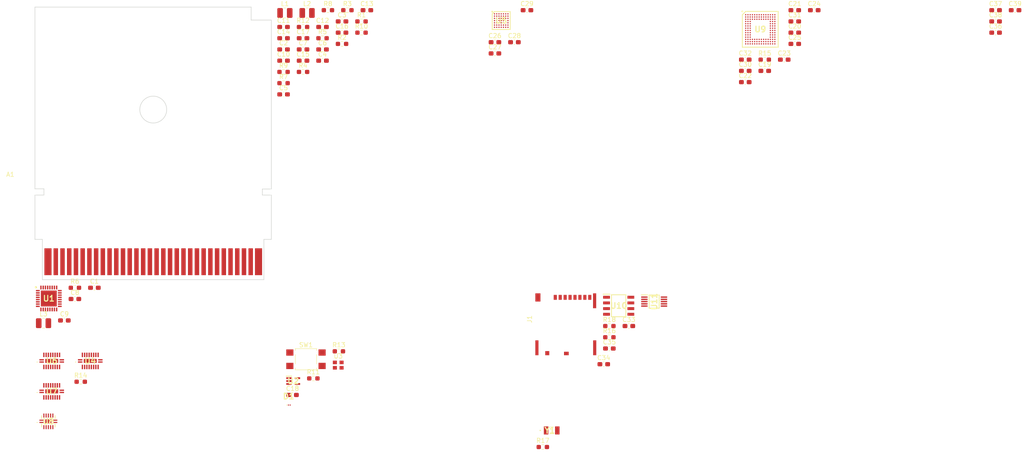
<source format=kicad_pcb>
(kicad_pcb (version 20211014) (generator pcbnew)
  (layers (0 "F.Cu" signal) (31 "B.Cu" signal) (34 "B.Paste" user) (35 "F.Paste" user) (36 "B.SilkS" user "B.Silkscreen") (37 "F.SilkS" user "F.Silkscreen") (38 "B.Mask" user) (39 "F.Mask" user) (44 "Edge.Cuts" user))
  (net 0 "")
  (net 1 "+5V")
  (net 2 "GB_CLK_5V")
  (net 3 "GB_WR#_5V")
  (net 4 "GB_RD#_5V")
  (net 5 "GB_CS#_5V")
  (net 6 "GB_ADDR_5V0")
  (net 7 "GB_ADDR_5V1")
  (net 8 "GB_ADDR_5V2")
  (net 9 "GB_ADDR_5V3")
  (net 10 "GB_ADDR_5V4")
  (net 11 "GB_ADDR_5V5")
  (net 12 "GB_ADDR_5V6")
  (net 13 "GB_ADDR_5V7")
  (net 14 "GB_ADDR_5V8")
  (net 15 "GB_ADDR_5V9")
  (net 16 "GB_ADDR_5V10")
  (net 17 "GB_ADDR_5V11")
  (net 18 "GB_ADDR_5V12")
  (net 19 "GB_ADDR_5V13")
  (net 20 "GB_ADDR_5V14")
  (net 21 "GB_ADDR_5V15")
  (net 22 "GB_RST#_5V")
  (net 24 "GND")
  (net 25 "PS_SS")
  (net 26 "Net-(C3-Pad1)")
  (net 27 "Net-(C4-Pad1)")
  (net 28 "Net-(C4-Pad2)")
  (net 29 "+1V8")
  (net 30 "Net-(C9-Pad1)")
  (net 31 "Net-(C9-Pad2)")
  (net 32 "Net-(C11-Pad1)")
  (net 33 "Net-(C11-Pad2)")
  (net 34 "+1V2")
  (net 35 "Net-(C14-Pad1)")
  (net 36 "+3V3")
  (net 37 "Net-(C17-Pad1)")
  (net 38 "FPGA_SOFT_RST#")
  (net 40 "FPGA_SPI_SD_CS#")
  (net 41 "FPGA_SPI_MOSI")
  (net 42 "FPGA_SPI_CLK")
  (net 43 "FPGA_SPI_MISO")
  (net 45 "Net-(R1-Pad1)")
  (net 46 "PS_FB2")
  (net 47 "Net-(R4-Pad1)")
  (net 48 "PS_FB1")
  (net 49 "Net-(R7-Pad1)")
  (net 50 "Net-(R8-Pad1)")
  (net 51 "PS_FB3")
  (net 52 "GB_RST#")
  (net 53 "PS_PGOOD")
  (net 54 "Net-(R12-Pad2)")
  (net 55 "Net-(R13-Pad2)")
  (net 56 "GB_BUS_EN")
  (net 57 "Net-(R15-Pad2)")
  (net 58 "FPGA_SPI_FLASH_CS#")
  (net 59 "FPGA_SPI_RTC_CS#")
  (net 65 "FPGA_CLK33M")
  (net 66 "GB_DATA0")
  (net 67 "GB_DATA1")
  (net 68 "GB_DATA2")
  (net 69 "GB_DATA3")
  (net 70 "GB_DATA4")
  (net 71 "GB_DATA5")
  (net 72 "GB_DATA6")
  (net 73 "GB_DATA7")
  (net 74 "GB_DATA_5V7")
  (net 75 "GB_DATA_5V6")
  (net 76 "GB_DATA_5V5")
  (net 77 "GB_DATA_5V4")
  (net 78 "GB_DATA_5V3")
  (net 79 "GB_DATA_5V2")
  (net 80 "GB_DATA_5V1")
  (net 81 "GB_DATA_5V0")
  (net 82 "RAM_WAIT")
  (net 83 "RAM_ADQ14")
  (net 84 "RAM_ADQ5")
  (net 85 "RAM_ADQ10")
  (net 86 "RAM_ADQ9")
  (net 87 "RAM_ADQ0")
  (net 88 "RAM_ADQ15")
  (net 89 "RAM_ADQ6")
  (net 90 "RAM_ADQ13")
  (net 91 "RAM_OE#")
  (net 92 "RAM_ADQ3")
  (net 93 "RAM_ADQ2")
  (net 94 "RAM_ADQ8")
  (net 95 "RAM_ADQ7")
  (net 96 "RAM_ADQ12")
  (net 97 "RAM_ADQ4")
  (net 98 "RAM_ADQ11")
  (net 99 "RAM_ADQ1")
  (net 100 "RAM_A20")
  (net 101 "RAM_ADV#")
  (net 102 "RAM_UB#")
  (net 103 "RAM_A19")
  (net 104 "RAM_A21")
  (net 105 "RAM_WE#")
  (net 107 "RAM_CRE")
  (net 108 "RAM_CE1#")
  (net 109 "RAM_LB#")
  (net 110 "RAM_A18")
  (net 111 "RAM_A16")
  (net 112 "RAM_CLK")
  (net 113 "RAM_CE0#")
  (net 114 "RAM_A17")
  (net 115 "GB_ADDR8")
  (net 116 "GB_ADDR9")
  (net 117 "GB_ADDR10")
  (net 118 "GB_ADDR11")
  (net 119 "GB_ADDR12")
  (net 120 "GB_ADDR13")
  (net 121 "GB_ADDR14")
  (net 122 "GB_ADDR15")
  (net 123 "GB_ADDR0")
  (net 124 "GB_ADDR1")
  (net 125 "GB_ADDR2")
  (net 126 "GB_ADDR3")
  (net 127 "GB_ADDR4")
  (net 128 "GB_ADDR5")
  (net 129 "GB_ADDR6")
  (net 130 "GB_ADDR7")
  (net 131 "GB_CLK")
  (net 132 "GB_WR#")
  (net 133 "GB_CS#")
  (net 134 "GB_RD#")
  (net 149 "FPGA_JTAG_TDO")
  (net 150 "FPGA_JTAG_TCK")
  (net 151 "FPGA_JTAG_TMS")
  (net 152 "FPGA_JTAG_TDI")
  (net 153 "FLASH_WP#")
  (net 154 "SD_CARD_DETECT")
  (net 155 "RTC_RST#")
  (net 156 "FLASH_HOLD#")
  (net 157 "Net-(U11-Pad1)")
  (net 158 "Net-(U11-Pad2)")
  (net 159 "Net-(BT1-Pad1)")
  (footprint "SamacSys_Parts:MEM2080-00-128-00-A" (layer "F.Cu") (at 164.92 115.85)
    (fp_text reference "J1")
    (fp_text value "MEM2080-00-128-00-A")
  )
  (footprint "Resistor_SMD:R_0603_1608Metric_Pad0.98x0.95mm_HandSolder" (layer "F.Cu") (at 167.845 111.835)
    (fp_text reference "R16")
    (fp_text value "15K")
  )
  (footprint "SamacSys_Parts:BGA49C50P7X7_400X400X100" (layer "F.Cu") (at 143.705 41.075)
    (fp_text reference "U5")
    (fp_text value "AS1C8M16PL-70BIN" hide)
  )
  (footprint "Capacitor_SMD:C_0603_1608Metric_Pad1.08x0.95mm_HandSolder" (layer "F.Cu") (at 206.875 49.805)
    (fp_text reference "C23")
    (fp_text value "100n")
  )
  (footprint "Button_Switch_SMD:SW_SPST_TL3305A" (layer "F.Cu") (at 100.125 116.745)
    (fp_text reference "SW1")
    (fp_text value "SW_Push")
  )
  (footprint "Capacitor_SMD:C_0603_1608Metric_Pad1.08x0.95mm_HandSolder" (layer "F.Cu") (at 95.125 47.525)
    (fp_text reference "C2")
    (fp_text value "10n")
  )
  (footprint "Resistor_SMD:R_0603_1608Metric_Pad0.98x0.95mm_HandSolder" (layer "F.Cu") (at 112.525 41.265)
    (fp_text reference "R1")
    (fp_text value "56K")
  )
  (footprint "Capacitor_SMD:C_0603_1608Metric_Pad1.08x0.95mm_HandSolder" (layer "F.Cu") (at 95.125 50.035)
    (fp_text reference "C10")
    (fp_text value "22u")
  )
  (footprint "Capacitor_SMD:C_0603_1608Metric_Pad1.08x0.95mm_HandSolder" (layer "F.Cu") (at 99.475 50.035)
    (fp_text reference "C15")
    (fp_text value "22u")
  )
  (footprint "SamacSys_Parts:NE555DR" (layer "F.Cu") (at 169.92 104.795)
    (fp_text reference "U10")
    (fp_text value "IS25WP080D-JNLE" hide)
  )
  (footprint "Resistor_SMD:R_0603_1608Metric_Pad0.98x0.95mm_HandSolder" (layer "F.Cu") (at 107.475 114.975)
    (fp_text reference "R13")
    (fp_text value "1K")
  )
  (footprint "SamacSys_Parts:PESD3V3Y1BSFYL" (layer "F.Cu") (at 96.25 126.98)
    (fp_text reference "D1")
    (fp_text value "PESD3V3Y1BSFYL" hide)
  )
  (footprint "SamacSys_Parts:BGA132C50P14X14_800X800X135" (layer "F.Cu") (at 201.525 43.025)
    (fp_text reference "U9")
    (fp_text value "LFXP2-8E-5MN132C" hide)
  )
  (footprint "Capacitor_SMD:C_0603_1608Metric_Pad1.08x0.95mm_HandSolder" (layer "F.Cu") (at 113.725 38.755)
    (fp_text reference "C13")
    (fp_text value "22u")
  )
  (footprint "Capacitor_SMD:C_0603_1608Metric_Pad1.08x0.95mm_HandSolder" (layer "F.Cu") (at 209.225 46.285)
    (fp_text reference "C25")
    (fp_text value "100n")
  )
  (footprint "Capacitor_SMD:C_0603_1608Metric_Pad1.08x0.95mm_HandSolder" (layer "F.Cu") (at 95.125 57.565)
    (fp_text reference "C5")
    (fp_text value "10u")
  )
  (footprint "Capacitor_SMD:C_0603_1608Metric_Pad1.08x0.95mm_HandSolder" (layer "F.Cu") (at 198.175 52.315)
    (fp_text reference "C30")
    (fp_text value "100n")
  )
  (footprint "Capacitor_SMD:C_0603_1608Metric_Pad1.08x0.95mm_HandSolder" (layer "F.Cu") (at 99.475 45.015)
    (fp_text reference "C17")
    (fp_text value "2n7")
  )
  (footprint "SamacSys_Parts:SOP50P490X110-10N" (layer "F.Cu") (at 177.845 103.865)
    (fp_text reference "U11")
    (fp_text value "DS1391U-33+" hide)
  )
  (footprint "Capacitor_SMD:C_0603_1608Metric_Pad1.08x0.95mm_HandSolder" (layer "F.Cu") (at 254.045 38.755)
    (fp_text reference "C37")
    (fp_text value "100n")
  )
  (footprint "Capacitor_SMD:C_0603_1608Metric_Pad1.08x0.95mm_HandSolder" (layer "F.Cu") (at 103.825 50.035)
    (fp_text reference "C4")
    (fp_text value "47n")
  )
  (footprint "Resistor_SMD:R_0603_1608Metric_Pad0.98x0.95mm_HandSolder" (layer "F.Cu") (at 167.845 109.325)
    (fp_text reference "R18")
    (fp_text value "15K")
  )
  (footprint "SamacSys_Parts:SIT8008BI-73-33E-33.333333G" (layer "F.Cu") (at 107.325 118.055)
    (fp_text reference "U3")
    (fp_text value "SIT8008BI-73-33E-33.333333G")
  )
  (footprint "Capacitor_SMD:C_0603_1608Metric_Pad1.08x0.95mm_HandSolder" (layer "F.Cu") (at 202.525 52.315)
    (fp_text reference "C19")
    (fp_text value "100n")
  )
  (footprint "Capacitor_SMD:C_0603_1608Metric_Pad1.08x0.95mm_HandSolder" (layer "F.Cu") (at 52.905 100.775)
    (fp_text reference "C1")
    (fp_text value "10u")
  )
  (footprint "SamacSys_Parts:QFN50P500X500X100-33N-D" (layer "F.Cu") (at 42.73 103.17)
    (fp_text reference "U1")
    (fp_text value "TPS65266-1RHBR" hide)
  )
  (footprint "SamacSys_Parts:NXS0108BQX" (layer "F.Cu") (at 43.38 123.92)
    (fp_text reference "U7")
    (fp_text value "NXS0108BQX" hide)
  )
  (footprint "Capacitor_SMD:C_0603_1608Metric_Pad1.08x0.95mm_HandSolder" (layer "F.Cu") (at 198.175 49.805)
    (fp_text reference "C32")
    (fp_text value "100n")
  )
  (footprint "Boards:GBC_Cart" (layer "F.Cu") (at 66.04 60.96)
    (fp_text reference "A1")
    (fp_text value "GBC_Cart")
    (fp_line (start 21.85 -20) (end 26.35 -20) (layer "Edge.Cuts") (width 0.12))
    (fp_line (start -24.4 17.7) (end -26.4 17.7) (layer "Edge.Cuts") (width 0.12))
    (fp_line (start 24.7 38) (end -24.75 38) (layer "Edge.Cuts") (width 0.12))
    (fp_line (start 26.35 -20) (end 26.35 17.75) (layer "Edge.Cuts") (width 0.12))
    (fp_line (start 24.35 17.75) (end 24.35 19.1) (layer "Edge.Cuts") (width 0.12))
    (fp_line (start -24.75 29) (end -24.75 38) (layer "Edge.Cuts") (width 0.12))
    (fp_line (start 24.35 19.1) (end 26.35 19.1) (layer "Edge.Cuts") (width 0.12))
    (fp_line (start -26.4 29) (end -24.75 29) (layer "Edge.Cuts") (width 0.12))
    (fp_line (start 26.35 19.1) (end 26.35 29) (layer "Edge.Cuts") (width 0.12))
    (fp_line (start 24.35 17.75) (end 26.35 17.75) (layer "Edge.Cuts") (width 0.12))
    (fp_line (start -26.4 -22.9) (end 21.85 -22.9) (layer "Edge.Cuts") (width 0.12))
    (fp_line (start -26.4 17.7) (end -26.4 -22.9) (layer "Edge.Cuts") (width 0.12))
    (fp_line (start 26.35 29) (end 24.7 29) (layer "Edge.Cuts") (width 0.12))
    (fp_line (start 21.85 -22.9) (end 21.85 -20) (layer "Edge.Cuts") (width 0.12))
    (fp_line (start 24.7 29) (end 24.7 38) (layer "Edge.Cuts") (width 0.12))
    (fp_line (start -26.4 19.1) (end -26.4 29) (layer "Edge.Cuts") (width 0.12))
    (fp_line (start -24.4 17.7) (end -24.4 19.1) (layer "Edge.Cuts") (width 0.12))
    (fp_line (start -26.4 19.1) (end -24.4 19.1) (layer "Edge.Cuts") (width 0.12))
    (fp_circle (center 0 0) (end 3 0) (layer "Edge.Cuts") (width 0.12) (fill none))
  )
  (footprint "Capacitor_SMD:C_0603_1608Metric_Pad1.08x0.95mm_HandSolder" (layer "F.Cu") (at 103.825 42.505)
    (fp_text reference "C12")
    (fp_text value "22u")
  )
  (footprint "Resistor_SMD:R_0603_1608Metric_Pad0.98x0.95mm_HandSolder" (layer "F.Cu") (at 101.775 121.025)
    (fp_text reference "R11")
    (fp_text value "15K")
  )
  (footprint "Capacitor_SMD:C_0603_1608Metric_Pad1.08x0.95mm_HandSolder" (layer "F.Cu") (at 95.125 45.015)
    (fp_text reference "C14")
    (fp_text value "2n7")
  )
  (footprint "Resistor_SMD:R_0603_1608Metric_Pad0.98x0.95mm_HandSolder" (layer "F.Cu") (at 108.175 46.285)
    (fp_text reference "R2")
    (fp_text value "20K")
  )
  (footprint "Capacitor_SMD:C_0603_1608Metric_Pad1.08x0.95mm_HandSolder" (layer "F.Cu") (at 209.225 41.265)
    (fp_text reference "C31")
    (fp_text value "100n")
  )
  (footprint "Capacitor_SMD:C_0603_1608Metric_Pad1.08x0.95mm_HandSolder" (layer "F.Cu") (at 48.555 103.285)
    (fp_text reference "C8")
    (fp_text value "22u")
  )
  (footprint "Capacitor_SMD:C_0603_1608Metric_Pad1.08x0.95mm_HandSolder" (layer "F.Cu") (at 146.655 45.905)
    (fp_text reference "C28")
    (fp_text value "100n")
  )
  (footprint "Capacitor_SMD:C_0603_1608Metric_Pad1.08x0.95mm_HandSolder" (layer "F.Cu") (at 99.475 47.525)
    (fp_text reference "C7")
    (fp_text value "10u")
  )
  (footprint "Resistor_SMD:R_0603_1608Metric_Pad0.98x0.95mm_HandSolder" (layer "F.Cu") (at 49.855 121.775)
    (fp_text reference "R14")
    (fp_text value "50K")
  )
  (footprint "SamacSys_Parts:NXS0108BQX" (layer "F.Cu") (at 43.38 117.12)
    (fp_text reference "U6")
    (fp_text value "NXS0108BQX" hide)
  )
  (footprint "Capacitor_SMD:C_0603_1608Metric_Pad1.08x0.95mm_HandSolder" (layer "F.Cu") (at 97.125 124.725)
    (fp_text reference "C18")
    (fp_text value "100n")
  )
  (footprint "Capacitor_SMD:C_0603_1608Metric_Pad1.08x0.95mm_HandSolder" (layer "F.Cu") (at 254.045 41.265)
    (fp_text reference "C38")
    (fp_text value "100n")
  )
  (footprint "SamacSys_Parts:NXS0104BQX" (layer "F.Cu") (at 42.63 130.62)
    (fp_text reference "U8")
    (fp_text value "NXS0104BQX" hide)
  )
  (footprint "Resistor_SMD:R_0603_1608Metric_Pad0.98x0.95mm_HandSolder" (layer "F.Cu") (at 152.995 136.355)
    (fp_text reference "R17")
    (fp_text value "15K")
  )
  (footprint "Battery:Battery_CR1225" (layer "F.Cu") (at 157.62 123.4)
    (fp_text reference "BT1" hide)
    (fp_text value "Battery_Cell")
  )
  (footprint "Capacitor_SMD:C_0603_1608Metric_Pad1.08x0.95mm_HandSolder" (layer "F.Cu") (at 108.175 43.775)
    (fp_text reference "C16")
    (fp_text value "22u")
  )
  (footprint "Capacitor_SMD:C_0603_1608Metric_Pad1.08x0.95mm_HandSolder" (layer "F.Cu") (at 198.175 54.825)
    (fp_text reference "C22")
    (fp_text value "100n")
  )
  (footprint "Capacitor_SMD:C_0603_1608Metric_Pad1.08x0.95mm_HandSolder" (layer "F.Cu") (at 142.305 45.905)
    (fp_text reference "C26")
    (fp_text value "100n")
  )
  (footprint "Capacitor_SMD:C_0603_1608Metric_Pad1.08x0.95mm_HandSolder" (layer "F.Cu") (at 149.455 38.755)
    (fp_text reference "C29")
    (fp_text value "100n")
  )
  (footprint "Capacitor_SMD:C_0603_1608Metric_Pad1.08x0.95mm_HandSolder" (layer "F.Cu") (at 209.225 38.755)
    (fp_text reference "C21")
    (fp_text value "100n")
  )
  (footprint "Resistor_SMD:R_0603_1608Metric_Pad0.98x0.95mm_HandSolder" (layer "F.Cu") (at 103.825 45.015)
    (fp_text reference "R5")
    (fp_text value "10K")
  )
  (footprint "Capacitor_SMD:C_0603_1608Metric_Pad1.08x0.95mm_HandSolder" (layer "F.Cu") (at 166.595 117.855)
    (fp_text reference "C34")
    (fp_text value "100n")
  )
  (footprint "Capacitor_SMD:C_0603_1608Metric_Pad1.08x0.95mm_HandSolder" (layer "F.Cu") (at 142.305 48.415)
    (fp_text reference "C27")
    (fp_text value "100n")
  )
  (footprint "SamacSys_Parts:FC135R327680KAE3" (layer "F.Cu") (at 154.97 132.65)
    (fp_text reference "Y1")
    (fp_text value "FC-135R 32.7680KA-E5" hide)
  )
  (footprint "Inductor_SMD:L_1008_2520Metric" (layer "F.Cu") (at 95.425 39.375)
    (fp_text reference "L1")
    (fp_text value "10u")
  )
  (footprint "Capacitor_SMD:C_0603_1608Metric_Pad1.08x0.95mm_HandSolder" (layer "F.Cu") (at 108.175 41.265)
    (fp_text reference "C3")
    (fp_text value "2n7")
  )
  (footprint "Capacitor_SMD:C_0603_1608Metric_Pad1.08x0.95mm_HandSolder" (layer "F.Cu") (at 103.825 47.525)
    (fp_text reference "C6")
    (fp_text value "10u")
  )
  (footprint "SamacSys_Parts:NXS0108BQX" (layer "F.Cu") (at 51.98 117.12)
    (fp_text reference "U4")
    (fp_text value "NXS0108BQX" hide)
  )
  (footprint "Resistor_SMD:R_0603_1608Metric_Pad0.98x0.95mm_HandSolder" (layer "F.Cu") (at 95.125 52.545)
    (fp_text reference "R9")
    (fp_text value "45K3")
  )
  (footprint "Capacitor_SMD:C_0603_1608Metric_Pad1.08x0.95mm_HandSolder" (layer "F.Cu") (at 46.205 108.075)
    (fp_text reference "C9")
    (fp_text value "47n")
  )
  (footprint "Resistor_SMD:R_0603_1608Metric_Pad0.98x0.95mm_HandSolder" (layer "F.Cu") (at 202.525 49.805)
    (fp_text reference "R15")
    (fp_text value "15K")
  )
  (footprint "Capacitor_SMD:C_0603_1608Metric_Pad1.08x0.95mm_HandSolder" (layer "F.Cu") (at 254.045 43.775)
    (fp_text reference "C36")
    (fp_text value "100n")
  )
  (footprint "Resistor_SMD:R_0603_1608Metric_Pad0.98x0.95mm_HandSolder" (layer "F.Cu") (at 99.475 52.545)
    (fp_text reference "R4")
    (fp_text value "100K")
  )
  (footprint "Capacitor_SMD:C_0603_1608Metric_Pad1.08x0.95mm_HandSolder" (layer "F.Cu") (at 172.195 109.325)
    (fp_text reference "C33")
    (fp_text value "100n")
  )
  (footprint "Resistor_SMD:R_0603_1608Metric_Pad0.98x0.95mm_HandSolder" (layer "F.Cu") (at 99.475 42.505)
    (fp_text reference "R12")
    (fp_text value "50K")
  )
  (footprint "Inductor_SMD:L_1008_2520Metric" (layer "F.Cu") (at 100.375 39.375)
    (fp_text reference "L2")
    (fp_text value "10u")
  )
  (footprint "Capacitor_SMD:C_0603_1608Metric_Pad1.08x0.95mm_HandSolder" (layer "F.Cu") (at 167.845 114.345)
    (fp_text reference "C35")
    (fp_text value "100n")
  )
  (footprint "Capacitor_SMD:C_0603_1608Metric_Pad1.08x0.95mm_HandSolder" (layer "F.Cu") (at 213.575 38.755)
    (fp_text reference "C24")
    (fp_text value "100n")
  )
  (footprint "SamacSys_Parts:SOT65P210X110-5N" (layer "F.Cu") (at 97.275 121.62)
    (fp_text reference "U2")
    (fp_text value "SN74LV1T34DCKR" hide)
  )
  (footprint "Capacitor_SMD:C_0603_1608Metric_Pad1.08x0.95mm_HandSolder" (layer "F.Cu") (at 258.395 38.755)
    (fp_text reference "C39")
    (fp_text value "100n")
  )
  (footprint "Capacitor_SMD:C_0603_1608Metric_Pad1.08x0.95mm_HandSolder" (layer "F.Cu") (at 95.125 42.505)
    (fp_text reference "C11")
    (fp_text value "47n")
  )
  (footprint "Resistor_SMD:R_0603_1608Metric_Pad0.98x0.95mm_HandSolder" (layer "F.Cu") (at 112.525 43.775)
    (fp_text reference "R10")
    (fp_text value "10K")
  )
  (footprint "Resistor_SMD:R_0603_1608Metric_Pad0.98x0.95mm_HandSolder" (layer "F.Cu") (at 95.125 55.055)
    (fp_text reference "R7")
    (fp_text value "50K")
  )
  (footprint "Capacitor_SMD:C_0603_1608Metric_Pad1.08x0.95mm_HandSolder" (layer "F.Cu") (at 209.225 43.775)
    (fp_text reference "C20")
    (fp_text value "100n")
  )
  (footprint "Resistor_SMD:R_0603_1608Metric_Pad0.98x0.95mm_HandSolder" (layer "F.Cu") (at 109.375 38.755)
    (fp_text reference "R3")
    (fp_text value "10K")
  )
  (footprint "Resistor_SMD:R_0603_1608Metric_Pad0.98x0.95mm_HandSolder" (layer "F.Cu") (at 105.025 38.755)
    (fp_text reference "R8")
    (fp_text value "39K")
  )
  (footprint "Resistor_SMD:R_0603_1608Metric_Pad0.98x0.95mm_HandSolder" (layer "F.Cu") (at 48.555 100.775)
    (fp_text reference "R6")
    (fp_text value "10K")
  )
  (footprint "Inductor_SMD:L_1008_2520Metric" (layer "F.Cu") (at 41.555 108.695)
    (fp_text reference "L3")
    (fp_text value "10u")
  )
)
</source>
